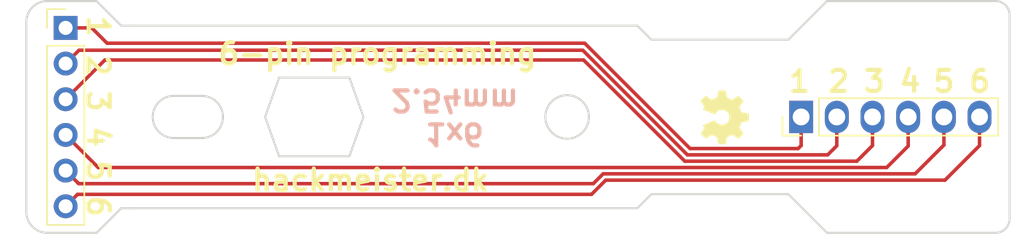
<source format=kicad_pcb>
(kicad_pcb (version 20211014) (generator pcbnew)
  (title_block (title "eClip function board 6 pin 100mil 90 deg") (company "hackmeister.dk") (comment 1 "CC-BY-SA"))
  (layers (0 "F.Cu" signal) (31 "B.Cu" signal) (34 "B.Paste" user) (35 "F.Paste" user) (36 "B.SilkS" user "B.Silkscreen") (37 "F.SilkS" user "F.Silkscreen") (38 "B.Mask" user) (39 "F.Mask" user) (44 "Edge.Cuts" user))
  (net 0 "")
  (net 1 "Net-(J1-Pad4)")
  (net 2 "Net-(J1-Pad3)")
  (net 3 "Net-(J1-Pad2)")
  (net 4 "Net-(J1-Pad1)")
  (net 5 "Net-(J1-Pad5)")
  (net 6 "Net-(J1-Pad6)")
  (footprint "Pin_Headers:Pin_Header_Straight_1x06_Pitch2.54mm" (layer "F.Cu") (at 52.8 50.16)
    (fp_text reference "J1" hide)
    (fp_text value "Conn_01x06")
    (fp_line (start -1.33 14.03) (end 1.33 14.03) (layer "F.SilkS") (width 0.12))
    (fp_line (start 1.33 1.27) (end 1.33 14.03) (layer "F.SilkS") (width 0.12))
    (fp_line (start -1.33 -1.33) (end 0 -1.33) (layer "F.SilkS") (width 0.12))
    (fp_line (start -1.33 0) (end -1.33 -1.33) (layer "F.SilkS") (width 0.12))
    (fp_line (start -1.33 1.27) (end -1.33 14.03) (layer "F.SilkS") (width 0.12))
    (fp_line (start -1.33 1.27) (end 1.33 1.27) (layer "F.SilkS") (width 0.12))
    (pad "1" thru_hole rect locked (at 0 0) (size 1.7 1.7) (drill 1) (layers *.Cu *.Mask) (net 4 "Net-(J1-Pad1)"))
    (pad "2" thru_hole oval locked (at 0 2.54) (size 1.7 1.7) (drill 1) (layers *.Cu *.Mask) (net 3 "Net-(J1-Pad2)"))
    (pad "3" thru_hole oval locked (at 0 5.08) (size 1.7 1.7) (drill 1) (layers *.Cu *.Mask) (net 2 "Net-(J1-Pad3)"))
    (pad "4" thru_hole oval locked (at 0 7.62) (size 1.7 1.7) (drill 1) (layers *.Cu *.Mask) (net 1 "Net-(J1-Pad4)"))
    (pad "5" thru_hole oval locked (at 0 10.16) (size 1.7 1.7) (drill 1) (layers *.Cu *.Mask) (net 5 "Net-(J1-Pad5)"))
    (pad "6" thru_hole oval locked (at 0 12.7) (size 1.7 1.7) (drill 1) (layers *.Cu *.Mask) (net 6 "Net-(J1-Pad6)"))
  )
  (footprint "Pin_Headers:Pin_Header_Straight_1x06_Pitch2.54mm" (layer "F.Cu") (at 105.16 56.5 90)
    (fp_text reference "J2" hide)
    (fp_text value "Conn_01x06")
    (fp_line (start -1.33 0) (end -1.33 -1.33) (layer "F.SilkS") (width 0.12))
    (fp_line (start -1.33 1.27) (end 1.33 1.27) (layer "F.SilkS") (width 0.12))
    (fp_line (start 1.33 1.27) (end 1.33 14.03) (layer "F.SilkS") (width 0.12))
    (fp_line (start -1.33 -1.33) (end 0 -1.33) (layer "F.SilkS") (width 0.12))
    (fp_line (start -1.33 14.03) (end 1.33 14.03) (layer "F.SilkS") (width 0.12))
    (fp_line (start -1.33 1.27) (end -1.33 14.03) (layer "F.SilkS") (width 0.12))
    (pad "1" thru_hole rect locked (at 0 0 90) (size 2.3 1.7) (drill 1.2) (layers *.Cu *.Mask) (net 4 "Net-(J1-Pad1)"))
    (pad "2" thru_hole oval locked (at 0 2.54 90) (size 2.3 1.7) (drill 1.2) (layers *.Cu *.Mask) (net 3 "Net-(J1-Pad2)"))
    (pad "3" thru_hole oval locked (at 0 5.08 90) (size 2.3 1.7) (drill 1.2) (layers *.Cu *.Mask) (net 2 "Net-(J1-Pad3)"))
    (pad "4" thru_hole oval locked (at 0 7.62 90) (size 2.3 1.7) (drill 1.2) (layers *.Cu *.Mask) (net 1 "Net-(J1-Pad4)"))
    (pad "5" thru_hole oval locked (at 0 10.16 90) (size 2.3 1.7) (drill 1.2) (layers *.Cu *.Mask) (net 5 "Net-(J1-Pad5)"))
    (pad "6" thru_hole oval locked (at 0 12.7 90) (size 2.3 1.7) (drill 1.2) (layers *.Cu *.Mask) (net 6 "Net-(J1-Pad6)"))
  )
  (footprint "Aesthetics:oshw_logo_4.0mm" (layer "F.Cu") (at 99.695 56.515 -90)
    (fp_text reference "G***" hide)
    (fp_text value "LOGO" hide)
    (fp_poly (pts (xy 0.089147 -1.747484) (xy 0.149434 -1.747235) (xy 0.194276 -1.74656) (xy 0.22611 -1.745249) (xy 0.247374 -1.74309) (xy 0.260504 -1.73987) (xy 0.267939 -1.735379) (xy 0.272116 -1.729405) (xy 0.274223 -1.72466) (xy 0.278781 -1.708314) (xy 0.28623 -1.675149) (xy 0.295917 -1.628359) (xy 0.307192 -1.571135) (xy 0.319402 -1.506667) (xy 0.32549 -1.473615) (xy 0.33781 -1.407385) (xy 0.349411 -1.347412) (xy 0.359666 -1.296746) (xy 0.36795 -1.258435) (xy 0.373637 -1.235531) (xy 0.375334 -1.230768) (xy 0.386478 -1.223192) (xy 0.412875 -1.209727) (xy 0.450871 -1.191931) (xy 0.496814 -1.171363) (xy 0.547051 -1.149583) (xy 0.597929 -1.12815) (xy 0.645795 -1.108623) (xy 0.686996 -1.092561) (xy 0.71788 -1.081523) (xy 0.734793 -1.07707) (xy 0.735468 -1.077045) (xy 0.746652 -1.082597) (xy 0.772127 -1.098163) (xy 0.809484 -1.122176) (xy 0.856317 -1.153073) (xy 0.910217 -1.189286) (xy 0.954256 -1.219285) (xy 1.011889 -1.258475) (xy 1.064263 -1.293529) (xy 1.108973 -1.322882) (xy 1.143615 -1.34497) (xy 1.165784 -1.35823) (xy 1.172804 -1.36144) (xy 1.183683 -1.354435) (xy 1.206061 -1.33504) (xy 1.237537 -1.305689) (xy 1.275709 -1.268814) (xy 1.318178 -1.226849) (xy 1.362541 -1.182225) (xy 1.406399 -1.137376) (xy 1.447349 -1.094734) (xy 1.482991 -1.056732) (xy 1.510924 -1.025803) (xy 1.528746 -1.00438) (xy 1.53416 -0.995314) (xy 1.529499 -0.982412) (xy 1.515222 -0.956857) (xy 1.490881 -0.917966) (xy 1.45603 -0.865052) (xy 1.410225 -0.797432) (xy 1.353019 -0.714421) (xy 1.324796 -0.673813) (xy 1.298604 -0.634919) (xy 1.277466 -0.601086) (xy 1.263792 -0.576332) (xy 1.25984 -0.5655) (xy 1.263682 -0.552568) (xy 1.274189 -0.524671) (xy 1.289829 -0.485438) (xy 1.309069 -0.438498) (xy 1.330378 -0.387481) (xy 1.352223 -0.336015) (xy 1.373073 -0.287729) (xy 1.391396 -0.246253) (xy 1.40566 -0.215214) (xy 1.414334 -0.198243) (xy 1.415643 -0.196411) (xy 1.426712 -0.193129) (xy 1.454929 -0.186768) (xy 1.497456 -0.177912) (xy 1.551451 -0.167141) (xy 1.614077 -0.155038) (xy 1.656405 -0.147044) (xy 1.723615 -0.134347) (xy 1.784562 -0.122616) (xy 1.836267 -0.112443) (xy 1.875748 -0.104418) (xy 1.900024 -0.099133) (xy 1.906063 -0.097518) (xy 1.910526 -0.092564) (xy 1.913983 -0.080108) (xy 1.916552 -0.058002) (xy 1.918347 -0.024097) (xy 1.919482 0.023756) (xy 1.920075 0.087705) (xy 1.920239 0.166636) (xy 1.920145 0.246109) (xy 1.919756 0.30761) (xy 1.918914 0.353486) (xy 1.917462 0.386086) (xy 1.91524 0.407756) (xy 1.912092 0.420844) (xy 1.907859 0.427698) (xy 1.90246 0.430642) (xy 1.884851 0.43473) (xy 1.85288 0.441165) (xy 1.812206 0.448827) (xy 1.79324 0.452257) (xy 1.694241 0.470144) (xy 1.613659 0.485224) (xy 1.549839 0.497868) (xy 1.501127 0.508445) (xy 1.465871 0.517329) (xy 1.442416 0.524888) (xy 1.429108 0.531495) (xy 1.425607 0.534733) (xy 1.418639 0.548186) (xy 1.40589 0.576625) (xy 1.388817 0.616471) (xy 1.368878 0.664142) (xy 1.347529 0.716059) (xy 1.326226 0.768642) (xy 1.306427 0.818309) (xy 1.289588 0.861482) (xy 1.277167 0.894579) (xy 1.270619 0.914022) (xy 1.269971 0.91722) (xy 1.275501 0.927507) (xy 1.29099 0.95203) (xy 1.314816 0.988329) (xy 1.345352 1.033946) (xy 1.380975 1.086421) (xy 1.40208 1.117216) (xy 1.439956 1.173096) (xy 1.47359 1.224238) (xy 1.501338 1.268014) (xy 1.521554 1.301799) (xy 1.532592 1.322963) (xy 1.53416 1.328135) (xy 1.527093 1.340748) (xy 1.507016 1.365542) (xy 1.475612 1.400662) (xy 1.434568 1.444255) (xy 1.385566 1.494467) (xy 1.357349 1.522726) (xy 1.302152 1.577438) (xy 1.259372 1.619265) (xy 1.22712 1.649753) (xy 1.203507 1.670451) (xy 1.186644 1.682903) (xy 1.174642 1.688657) (xy 1.165613 1.689258) (xy 1.157667 1.686253) (xy 1.15763 1.686233) (xy 1.142555 1.676918) (xy 1.113654 1.65797) (xy 1.073811 1.631319) (xy 1.025909 1.598898) (xy 0.97283 1.562638) (xy 0.959186 1.553266) (xy 0.906154 1.517203) (xy 0.858319 1.485438) (xy 0.818349 1.459683) (xy 0.788917 1.441648) (xy 0.772692 1.433046) (xy 0.770834 1.43256) (xy 0.756801 1.436999) (xy 0.729364 1.448953) (xy 0.693048 1.466373) (xy 0.667543 1.479287) (xy 0.626771 1.499066) (xy 0.594111 1.512435) (xy 0.573289 1.517976) (xy 0.568169 1.517113) (xy 0.562182 1.505802) (xy 0.549519 1.478075) (xy 0.531212 1.436316) (xy 0.50829 1.382911) (xy 0.481783 1.320247) (xy 0.452721 1.25071) (xy 0.441646 1.224006) (xy 0.409134 1.145496) (xy 0.376428 1.066606) (xy 0.345092 0.991105) (xy 0.316693 0.922759) (xy 0.292793 0.865337) (xy 0.274959 0.822606) (xy 0.273772 0.81977) (xy 0.254757 0.773328) (xy 0.23904 0.732992) (xy 0.228139 0.702798) (xy 0.22357 0.686782) (xy 0.22352 0.686042) (xy 0.231285 0.673948) (xy 0.251827 0.654424) (xy 0.281017 0.63131) (xy 0.28702 0.626959) (xy 0.37565 0.553708) (xy 0.445091 0.47415) (xy 0.49563 0.387766) (xy 0.527557 0.294033) (xy 0.54116 0.192433) (xy 0.541728 0.16764) (xy 0.533262 0.066028) (xy 0.506726 -0.027331) (xy 0.461461 -0.114089) (xy 0.396808 -0.195896) (xy 0.396301 -0.196437) (xy 0.32034 -0.263596) (xy 0.235633 -0.313725) (xy 0.144681 -0.346722) (xy 0.04998 -0.362484) (xy -0.045971 -0.360908) (xy -0.140675 -0.34189) (xy -0.231632 -0.305328) (xy -0.316345 -0.251119) (xy -0.345136 -0.226992) (xy -0.415843 -0.150826) (xy -0.468196 -0.065967) (xy -0.502049 0.027257) (xy -0.517256 0.128516) (xy -0.51816 0.161495) (xy -0.510916 0.263001) (xy -0.488433 0.354009) (xy -0.449586 0.436632) (xy -0.39325 0.512983) (xy -0.318299 0.585176) (xy -0.27409 0.61993) (xy -0.242057 0.645231) (xy -0.217557 0.667541) (xy -0.204419 0.683248) (xy -0.2032 0.686792) (xy -0.206967 0.69927) (xy -0.217666 0.728231) (xy -0.234401 0.771405) (xy -0.256273 0.826524) (xy -0.282384 0.891321) (xy -0.311835 0.963526) (xy -0.336597 1.02365) (xy -0.369634 1.103586) (xy -0.401554 1.180926) (xy -0.431177 1.252797) (xy -0.457318 1.316324) (xy -0.478795 1.368635) (xy -0.494426 1.406855) (xy -0.500736 1.4224) (xy -0.519952 1.469331) (xy -0.535223 1.499284) (xy -0.550722 1.513908) (xy -0.570623 1.514852) (xy -0.599099 1.503765) (xy -0.640323 1.482297) (xy -0.645429 1.479578) (xy -0.684502 1.459469) (xy -0.717655 1.443654) (xy -0.740317 1.434247) (xy -0.746979 1.43256) (xy -0.758822 1.438072) (xy -0.784835 1.45353) (xy -0.822481 1.477313) (xy -0.869222 1.507801) (xy -0.922521 1.543375) (xy -0.953884 1.56464) (xy -1.009345 1.602246) (xy -1.059235 1.635687) (xy -1.101105 1.663352) (xy -1.132508 1.683634) (xy -1.150999 1.694924) (xy -1.154814 1.69672) (xy -1.163717 1.689849) (xy -1.184919 1.670542) (xy -1.216374 1.640752) (xy -1.256037 1.602432) (xy -1.30186 1.557538) (xy -1.337922 1.521839) (xy -1.386815 1.472537) (xy -1.430483 1.427164) (xy -1.466943 1.387893) (xy -1.494208 1.356896) (xy -1.510294 1.336347) (xy -1.513841 1.329295) (xy -1.508264 1.316139) (xy -1.492637 1.288985) (xy -1.468608 1.250446) (xy -1.437829 1.203135) (xy -1.40195 1.149667) (xy -1.382059 1.120635) (xy -1.344258 1.065337) (xy -1.310665 1.015215) (xy -1.282927 0.972806) (xy -1.262687 0.940643) (xy -1.25159 0.921263) (xy -1.249979 0.917061) (xy -1.253607 0.902624) (xy -1.263784 0.873155) (xy -1.279037 0.832291) (xy -1.297897 0.783672) (xy -1.318894 0.730934) (xy -1.340556 0.677718) (xy -1.361415 0.62766) (xy -1.379999 0.5844) (xy -1.394837 0.551576) (xy -1.404461 0.532826) (xy -1.406274 0.530313) (xy -1.41964 0.524743) (xy -1.450006 0.51643) (xy -1.494346 0.506064) (xy -1.549631 0.494332) (xy -1.612836 0.481924) (xy -1.64683 0.475614) (xy -1.712856 0.463266) (xy -1.772486 0.45149) (xy -1.822699 0.440936) (xy -1.860471 0.432249) (xy -1.88278 0.426078) (xy -1.88722 0.424116) (xy -1.891642 0.410849) (xy -1.895216 0.380947) (xy -1.89795 0.337753) (xy -1.899852 0.284612) (xy -1.900932 0.224868) (xy -1.901196 0.161865) (xy -1.900655 0.098946) (xy -1.899315 0.039455) (xy -1.897186 -0.013263) (xy -1.894275 -0.055864) (xy -1.890592 -0.085005) (xy -1.886144 -0.097342) (xy -1.885915 -0.097453) (xy -1.872298 -0.100774) (xy -1.841672 -0.107184) (xy -1.797012 -0.116093) (xy -1.741296 -0.126915) (xy -1.677499 -0.13906) (xy -1.636064 -0.146833) (xy -1.569206 -0.159602) (xy -1.509016 -0.171657) (xy -1.458379 -0.182374) (xy -1.420181 -0.19113) (xy -1.397305 -0.197302) (xy -1.392081 -0.19956) (xy -1.384392 -0.212878) (xy -1.370861 -0.241247) (xy -1.353047 -0.280946) (xy -1.33251 -0.32825) (xy -1.310813 -0.379437) (xy -1.289514 -0.430784) (xy -1.270175 -0.478568) (xy -1.254357 -0.519066) (xy -1.24362 -0.548556) (xy -1.239524 -0.563314) (xy -1.23952 -0.563495) (xy -1.245077 -0.576688) (xy -1.260659 -0.603929) (xy -1.284635 -0.642623) (xy -1.315375 -0.690174) (xy -1.351248 -0.743986) (xy -1.372925 -0.775821) (xy -1.411237 -0.832135) (xy -1.445702 -0.883686) (xy -1.474617 -0.927851) (xy -1.496277 -0.96201) (xy -1.508979 -0.983543) (xy -1.511528 -0.989049) (xy -1.509298 -0.999306) (xy -1.497939 -1.016876) (xy -1.476297 -1.043077) (xy -1.443218 -1.079225) (xy -1.39755 -1.126636) (xy -1.340133 -1.184629) (xy -1.290806 -1.233522) (xy -1.24576 -1.27723) (xy -1.207098 -1.31379) (xy -1.176923 -1.341238) (xy -1.157334 -1.35761) (xy -1.150893 -1.36144) (xy -1.139299 -1.35588) (xy -1.113521 -1.340266) (xy -1.076023 -1.316197) (xy -1.029267 -1.285272) (xy -0.975716 -1.249091) (xy -0.937424 -1.222817) (xy -0.880481 -1.183771) (xy -0.828516 -1.148631) (xy -0.78404 -1.119055) (xy -0.749563 -1.096701) (xy -0.727596 -1.083228) (xy -0.721193 -1.080012) (xy -0.707377 -1.082397) (xy -0.678626 -1.091342) (xy -0.63867 -1.105379) (xy -0.59124 -1.123039) (xy -0.540067 -1.142853) (xy -0.488882 -1.163353) (xy -0.441415 -1.183071) (xy -0.401397 -1.200537) (xy -0.37256 -1.214283) (xy -0.358806 -1.222666) (xy -0.353674 -1.235572) (xy -0.345623 -1.265616) (xy -0.335299 -1.309928) (xy -0.323346 -1.365641) (xy -0.310411 -1.429888) (xy -0.300525 -1.481565) (xy -0.28754 -1.550109) (xy -0.275493 -1.612114) (xy -0.264957 -1.66475) (xy -0.256507 -1.705188) (xy -0.250718 -1.730599) (xy -0.248461 -1.738105) (xy -0.236951 -1.740819) (xy -0.207609 -1.743192) (xy -0.162918 -1.745134) (xy -0.105365 -1.746555) (xy -0.037434 -1.747365) (xy 0.010977 -1.74752) (xy 0.089147 -1.747484)) (layer "F.SilkS") (width 0.01) (fill solid))
  )
  (gr_arc (start 60.5 58) (mid 59 56.5) (end 60.5 55) (layer "Edge.Cuts") (width 0.15))
  (gr_arc (start 90.05 56.5) (mid 88.5 58.05) (end 86.95 56.5) (layer "Edge.Cuts") (width 0.15))
  (gr_arc (start 86.95 56.5) (mid 88.5 54.95) (end 90.05 56.5) (layer "Edge.Cuts") (width 0.15))
  (gr_line (start 56.75 63) (end 55 64.75) (layer "Edge.Cuts") (width 0.15))
  (gr_line (start 51.5 48.25) (end 54 48.25) (layer "Edge.Cuts") (width 0.15))
  (gr_line (start 107 64.75) (end 119 64.75) (layer "Edge.Cuts") (width 0.15))
  (gr_line (start 51.5 64.75) (end 54 64.75) (layer "Edge.Cuts") (width 0.15))
  (gr_arc (start 62.5 55) (mid 64 56.5) (end 62.5 58) (layer "Edge.Cuts") (width 0.15))
  (gr_line (start 56.75 50) (end 55 48.25) (layer "Edge.Cuts") (width 0.15))
  (gr_arc (start 51.5 64.75) (mid 50.43934 64.31066) (end 50 63.25) (layer "Edge.Cuts") (width 0.15))
  (gr_line (start 55 48.25) (end 54 48.25) (layer "Edge.Cuts") (width 0.15))
  (gr_line (start 119 48.25) (end 107 48.25) (layer "Edge.Cuts") (width 0.15))
  (gr_arc (start 120 63.75) (mid 119.707107 64.457107) (end 119 64.75) (layer "Edge.Cuts") (width 0.15))
  (gr_line (start 67 56.5) (end 68 53.7) (layer "Edge.Cuts") (width 0.15))
  (gr_line (start 93.5 50) (end 57.5 50) (layer "Edge.Cuts") (width 0.15))
  (gr_line (start 104.25 51) (end 94.5 51) (layer "Edge.Cuts") (width 0.15))
  (gr_line (start 73 59.3) (end 68 59.3) (layer "Edge.Cuts") (width 0.15))
  (gr_line (start 104.25 62) (end 107 64.75) (layer "Edge.Cuts") (width 0.15))
  (gr_line (start 107 48.25) (end 104.25 51) (layer "Edge.Cuts") (width 0.15))
  (gr_line (start 50 49.75) (end 50 63.25) (layer "Edge.Cuts") (width 0.15))
  (gr_line (start 55 64.75) (end 54 64.75) (layer "Edge.Cuts") (width 0.15))
  (gr_line (start 94.5 62) (end 104.25 62) (layer "Edge.Cuts") (width 0.15))
  (gr_arc (start 50 49.75) (mid 50.43934 48.68934) (end 51.5 48.25) (layer "Edge.Cuts") (width 0.15))
  (gr_line (start 57.5 63) (end 56.75 63) (layer "Edge.Cuts") (width 0.15))
  (gr_line (start 57.5 50) (end 56.75 50) (layer "Edge.Cuts") (width 0.15))
  (gr_line (start 94.5 51) (end 93.5 50) (layer "Edge.Cuts") (width 0.15))
  (gr_arc (start 119 48.25) (mid 119.707107 48.542893) (end 120 49.25) (layer "Edge.Cuts") (width 0.15))
  (gr_line (start 120 49.25) (end 120 63.75) (layer "Edge.Cuts") (width 0.15))
  (gr_line (start 68 59.3) (end 67 56.5) (layer "Edge.Cuts") (width 0.15))
  (gr_line (start 73 53.7) (end 74 56.5) (layer "Edge.Cuts") (width 0.15))
  (gr_line (start 74 56.5) (end 73 59.3) (layer "Edge.Cuts") (width 0.15))
  (gr_line (start 57.5 63) (end 93.5 63) (layer "Edge.Cuts") (width 0.15))
  (gr_line (start 68 53.7) (end 73 53.7) (layer "Edge.Cuts") (width 0.15))
  (gr_line (start 93.5 63) (end 94.5 62) (layer "Edge.Cuts") (width 0.15))
  (gr_line (start 60.5 58) (end 62.5 58) (layer "Edge.Cuts") (width 0.15))
  (gr_line (start 60.5 55) (end 62.5 55) (layer "Edge.Cuts") (width 0.15))
  (gr_text "1x6\n2.54mm" (at 80.5 56.5 180) (layer "B.SilkS") (effects (font (size 1.5 1.5) (thickness 0.3)) (justify mirror)))
  (gr_text "2" (at 107.832 53.97) (layer "F.SilkS") (effects (font (size 1.5 1.5) (thickness 0.3))))
  (gr_text "3" (at 110.372 53.97) (layer "F.SilkS") (effects (font (size 1.5 1.5) (thickness 0.3))))
  (gr_text "4" (at 112.912 53.97) (layer "F.SilkS") (effects (font (size 1.5 1.5) (thickness 0.3))))
  (gr_text "1" (at 55.118 50.038 270) (layer "F.SilkS") (effects (font (size 1.5 1.5) (thickness 0.3))))
  (gr_text "3" (at 55.118 55.372 270) (layer "F.SilkS") (effects (font (size 1.5 1.5) (thickness 0.3))))
  (gr_text "4" (at 55.118 57.912 270) (layer "F.SilkS") (effects (font (size 1.5 1.5) (thickness 0.3))))
  (gr_text "2" (at 55.118 52.832 270) (layer "F.SilkS") (effects (font (size 1.5 1.5) (thickness 0.3))))
  (gr_text "5" (at 55.118 60.325 270) (layer "F.SilkS") (effects (font (size 1.5 1.5) (thickness 0.3))))
  (gr_text "6" (at 55.118 62.865 270) (layer "F.SilkS") (effects (font (size 1.5 1.5) (thickness 0.3))))
  (gr_text "5" (at 115.325 53.97) (layer "F.SilkS") (effects (font (size 1.5 1.5) (thickness 0.3))))
  (gr_text "6" (at 117.865 53.97) (layer "F.SilkS") (effects (font (size 1.5 1.5) (thickness 0.3))))
  (gr_text "6-pin programming" (at 75 52) (layer "F.SilkS") (effects (font (size 1.5 1.5) (thickness 0.3))))
  (gr_text "1" (at 105.038 53.97) (layer "F.SilkS") (effects (font (size 1.5 1.5) (thickness 0.3))))
  (gr_text "hackmeister.dk" (at 74.5 61) (layer "F.SilkS") (effects (font (size 1.5 1.5) (thickness 0.3))))
  (segment (start 55.120033 60.100033) (end 111.249967 60.100033) (width 0.25) (layer "F.Cu") (net 1))
  (segment (start 111.249967 60.100033) (end 112.78 58.57) (width 0.25) (layer "F.Cu") (net 1))
  (segment (start 52.8 57.78) (end 55.120033 60.100033) (width 0.25) (layer "F.Cu") (net 1))
  (segment (start 112.78 58.57) (end 112.78 56.5) (width 0.25) (layer "F.Cu") (net 1))
  (segment (start 96.8772 59.650022) (end 109.124978 59.650022) (width 0.25) (layer "F.Cu") (net 2))
  (segment (start 109.124978 59.650022) (end 110.24 58.535) (width 0.25) (layer "F.Cu") (net 2))
  (segment (start 52.8 55.24) (end 55.593811 52.446189) (width 0.25) (layer "F.Cu") (net 2))
  (segment (start 89.673368 52.446189) (end 96.8772 59.650022) (width 0.25) (layer "F.Cu") (net 2))
  (segment (start 55.593811 52.446189) (end 89.673368 52.446189) (width 0.25) (layer "F.Cu") (net 2))
  (segment (start 110.24 58.535) (end 110.24 56.5) (width 0.25) (layer "F.Cu") (net 2))
  (segment (start 107.049989 59.200011) (end 107.7 58.55) (width 0.25) (layer "F.Cu") (net 3))
  (segment (start 89.613579 51.749989) (end 97.0636 59.200011) (width 0.25) (layer "F.Cu") (net 3))
  (segment (start 107.7 58.55) (end 107.7 56.5) (width 0.25) (layer "F.Cu") (net 3))
  (segment (start 52.8 52.7) (end 53.750011 51.749989) (width 0.25) (layer "F.Cu") (net 3))
  (segment (start 53.750011 51.749989) (end 89.613579 51.749989) (width 0.25) (layer "F.Cu") (net 3))
  (segment (start 97.0636 59.200011) (end 107.049989 59.200011) (width 0.25) (layer "F.Cu") (net 3))
  (segment (start 55.75 51.25) (end 89.75 51.25) (width 0.25) (layer "F.Cu") (net 4))
  (segment (start 89.75 51.25) (end 97.25 58.75) (width 0.25) (layer "F.Cu") (net 4))
  (segment (start 104.95 58.75) (end 105.16 58.54) (width 0.25) (layer "F.Cu") (net 4))
  (segment (start 52.8 50.16) (end 54.66 50.16) (width 0.25) (layer "F.Cu") (net 4))
  (segment (start 105.16 58.54) (end 105.16 56.5) (width 0.25) (layer "F.Cu") (net 4))
  (segment (start 54.66 50.16) (end 55.75 51.25) (width 0.25) (layer "F.Cu") (net 4))
  (segment (start 97.25 58.75) (end 104.95 58.75) (width 0.25) (layer "F.Cu") (net 4))
  (segment (start 53.649999 61.169999) (end 52.8 60.32) (width 0.25) (layer "F.Cu") (net 5))
  (segment (start 113.274956 60.550044) (end 91.063545 60.550044) (width 0.25) (layer "F.Cu") (net 5))
  (segment (start 91.063545 60.550044) (end 90.363579 61.250011) (width 0.25) (layer "F.Cu") (net 5))
  (segment (start 115.32 56.8) (end 115.325 56.805) (width 0.25) (layer "F.Cu") (net 5))
  (segment (start 90.363579 61.250011) (end 53.730011 61.250011) (width 0.25) (layer "F.Cu") (net 5))
  (segment (start 53.730011 61.250011) (end 53.649999 61.169999) (width 0.25) (layer "F.Cu") (net 5))
  (segment (start 115.32 56.5) (end 115.32 56.8) (width 0.25) (layer "F.Cu") (net 5))
  (segment (start 115.325 56.805) (end 115.325 58.5) (width 0.25) (layer "F.Cu") (net 5))
  (segment (start 115.325 58.5) (end 113.274956 60.550044) (width 0.25) (layer "F.Cu") (net 5))
  (segment (start 117.86 58.54) (end 117.86 56.5) (width 0.25) (layer "F.Cu") (net 6))
  (segment (start 90.239999 62.010001) (end 91.249946 61.000055) (width 0.25) (layer "F.Cu") (net 6))
  (segment (start 52.8 62.86) (end 53.649999 62.010001) (width 0.25) (layer "F.Cu") (net 6))
  (segment (start 91.249946 61.000055) (end 115.399945 61.000055) (width 0.25) (layer "F.Cu") (net 6))
  (segment (start 115.399945 61.000055) (end 117.86 58.54) (width 0.25) (layer "F.Cu") (net 6))
  (segment (start 53.649999 62.010001) (end 90.239999 62.010001) (width 0.25) (layer "F.Cu") (net 6))
)
</source>
